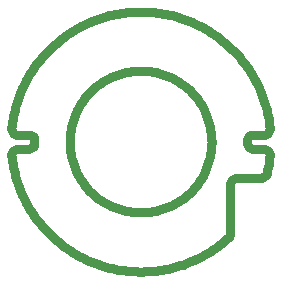
<source format=gm1>
G04*
G04 #@! TF.GenerationSoftware,Altium Limited,Altium Designer,20.0.13 (296)*
G04*
G04 Layer_Color=16711935*
%FSLAX25Y25*%
%MOIN*%
G70*
G01*
G75*
%ADD41C,0.03150*%
D41*
X-43069Y-4537D02*
X-42953Y-5527D01*
X-42814Y-6514D01*
X-42653Y-7497D01*
X-42469Y-8477D01*
X-42263Y-9452D01*
X-42034Y-10422D01*
X-41783Y-11387D01*
X-41510Y-12345D01*
X-41215Y-13297D01*
X-40898Y-14242D01*
X-40560Y-15180D01*
X-40200Y-16109D01*
X-39818Y-17030D01*
X-39416Y-17942D01*
X-38992Y-18844D01*
X-38548Y-19736D01*
X-38084Y-20618D01*
X-37599Y-21489D01*
X-37095Y-22349D01*
X-36571Y-23197D01*
X-36027Y-24032D01*
X-35465Y-24855D01*
X-34883Y-25664D01*
X-34283Y-26460D01*
X-33665Y-27242D01*
X-33030Y-28010D01*
X-32376Y-28763D01*
X-31706Y-29500D01*
X-31018Y-30222D01*
X-30315Y-30928D01*
X-29595Y-31617D01*
X-28860Y-32290D01*
X-28109Y-32945D01*
X-27343Y-33584D01*
X-26563Y-34204D01*
X-25769Y-34806D01*
X-24961Y-35390D01*
X-24140Y-35955D01*
X-23306Y-36501D01*
X-22460Y-37028D01*
X-21602Y-37535D01*
X-20732Y-38022D01*
X-19852Y-38489D01*
X-18961Y-38936D01*
X-18060Y-39362D01*
X-17149Y-39767D01*
X-16230Y-40151D01*
X-15301Y-40514D01*
X-14365Y-40855D01*
X-13421Y-41175D01*
X-12470Y-41473D01*
X-11512Y-41749D01*
X-10548Y-42003D01*
X-9579Y-42234D01*
X-8604Y-42444D01*
X-7625Y-42630D01*
X-6642Y-42795D01*
X-5656Y-42936D01*
X-4666Y-43055D01*
X-3674Y-43151D01*
X-2680Y-43224D01*
X-1685Y-43274D01*
X-688Y-43302D01*
X308Y-43306D01*
X1305Y-43287D01*
X2301Y-43246D01*
X3295Y-43181D01*
X4288Y-43094D01*
X5279Y-42984D01*
X6267Y-42851D01*
X7251Y-42696D01*
X8232Y-42518D01*
X9208Y-42317D01*
X10179Y-42094D01*
X11145Y-41848D01*
X12105Y-41581D01*
X13059Y-41291D01*
X14006Y-40980D01*
X14945Y-40647D01*
X15877Y-40292D01*
X16800Y-39916D01*
X17714Y-39519D01*
X18619Y-39101D01*
X19513Y-38662D01*
X20398Y-38202D01*
X21272Y-37723D01*
X22134Y-37223D01*
X22985Y-36704D01*
X23824Y-36165D01*
X24650Y-35608D01*
X25462Y-35031D01*
X26262Y-34436D01*
X27048Y-33822D01*
X27819Y-33191D01*
X28575Y-32542D01*
X29316Y-31876D01*
X43069Y4537D02*
X42953Y5530D01*
X42814Y6520D01*
X42652Y7506D01*
X42467Y8489D01*
X42260Y9467D01*
X42030Y10440D01*
X41778Y11407D01*
X41503Y12368D01*
X41207Y13323D01*
X40888Y14271D01*
X40548Y15211D01*
X40186Y16142D01*
X39803Y17066D01*
X39398Y17980D01*
X38973Y18884D01*
X38526Y19779D01*
X38060Y20663D01*
X37573Y21536D01*
X37066Y22398D01*
X36539Y23247D01*
X35992Y24084D01*
X35427Y24909D01*
X34843Y25720D01*
X34240Y26517D01*
X33618Y27300D01*
X32979Y28069D01*
X32322Y28823D01*
X31649Y29561D01*
X30958Y30284D01*
X30251Y30990D01*
X29527Y31680D01*
X28788Y32353D01*
X28034Y33009D01*
X27264Y33648D01*
X26480Y34268D01*
X25682Y34870D01*
X24871Y35454D01*
X24046Y36018D01*
X23208Y36564D01*
X22358Y37090D01*
X21496Y37596D01*
X20622Y38082D01*
X19738Y38548D01*
X18843Y38993D01*
X17937Y39418D01*
X17023Y39821D01*
X16099Y40203D01*
X15167Y40564D01*
X14227Y40904D01*
X13279Y41221D01*
X12324Y41517D01*
X11362Y41790D01*
X10394Y42041D01*
X9421Y42270D01*
X8443Y42476D01*
X7460Y42660D01*
X6474Y42821D01*
X5484Y42959D01*
X4491Y43074D01*
X3495Y43166D01*
X2498Y43235D01*
X1499Y43281D01*
X500Y43304D01*
X-500Y43304D01*
X-1499Y43281D01*
X-2498Y43235D01*
X-3495Y43166D01*
X-4491Y43074D01*
X-5484Y42959D01*
X-6474Y42821D01*
X-7461Y42660D01*
X-8443Y42476D01*
X-9421Y42270D01*
X-10395Y42041D01*
X-11362Y41790D01*
X-12324Y41517D01*
X-13279Y41221D01*
X-14227Y40904D01*
X-15167Y40564D01*
X-16099Y40203D01*
X-17023Y39821D01*
X-17938Y39418D01*
X-18843Y38993D01*
X-19738Y38548D01*
X-20622Y38082D01*
X-21496Y37596D01*
X-22358Y37090D01*
X-23208Y36564D01*
X-24046Y36018D01*
X-24871Y35454D01*
X-25682Y34870D01*
X-26480Y34268D01*
X-27264Y33648D01*
X-28034Y33009D01*
X-28788Y32353D01*
X-29527Y31680D01*
X-30251Y30990D01*
X-30958Y30284D01*
X-31649Y29561D01*
X-32323Y28823D01*
X-32979Y28069D01*
X-33618Y27300D01*
X-34240Y26517D01*
X-34843Y25720D01*
X-35427Y24909D01*
X-35992Y24084D01*
X-36539Y23247D01*
X-37066Y22398D01*
X-37573Y21536D01*
X-38060Y20663D01*
X-38526Y19779D01*
X-38973Y18884D01*
X-39398Y17980D01*
X-39803Y17066D01*
X-40186Y16142D01*
X-40548Y15211D01*
X-40888Y14271D01*
X-41207Y13323D01*
X-41503Y12368D01*
X-41778Y11407D01*
X-42030Y10440D01*
X-42260Y9467D01*
X-42467Y8489D01*
X-42652Y7506D01*
X-42814Y6520D01*
X-42953Y5530D01*
X-43069Y4537D01*
X41982Y-10631D02*
X42224Y-9627D01*
X42441Y-8617D01*
X42634Y-7603D01*
X42804Y-6585D01*
X42948Y-5562D01*
X43069Y-4537D01*
X29316Y-31876D02*
X29786Y-31218D01*
X29952Y-30427D01*
X31920Y-12116D02*
X30936Y-12380D01*
X30216Y-13100D01*
X29952Y-14084D01*
X40074Y-12116D02*
X40914Y-11928D01*
X41593Y-11399D01*
X41982Y-10631D01*
X43069Y-4537D02*
X42880Y-3468D01*
X42154Y-2661D01*
X41111Y-2362D01*
X35433Y-394D02*
X35697Y-1378D01*
X36417Y-2098D01*
X37402Y-2362D01*
Y2362D02*
X36417Y2098D01*
X35697Y1378D01*
X35433Y394D01*
X41111Y2362D02*
X42154Y2661D01*
X42880Y3468D01*
X43069Y4537D01*
X-43069D02*
X-42880Y3468D01*
X-42154Y2661D01*
X-41111Y2362D01*
X-35433Y394D02*
X-35697Y1378D01*
X-36417Y2098D01*
X-37402Y2362D01*
Y-2362D02*
X-36417Y-2098D01*
X-35697Y-1378D01*
X-35433Y-394D01*
X-41111Y-2362D02*
X-42154Y-2661D01*
X-42880Y-3468D01*
X-43069Y-4537D01*
X23622Y0D02*
X23601Y1003D01*
X23537Y2003D01*
X23431Y3000D01*
X23282Y3992D01*
X23092Y4977D01*
X22860Y5952D01*
X22587Y6917D01*
X22273Y7869D01*
X21919Y8808D01*
X21525Y9730D01*
X21093Y10635D01*
X20622Y11520D01*
X20115Y12385D01*
X19571Y13228D01*
X18992Y14047D01*
X18379Y14840D01*
X17732Y15607D01*
X17054Y16345D01*
X16345Y17054D01*
X15607Y17732D01*
X14840Y18379D01*
X14046Y18992D01*
X13228Y19571D01*
X12385Y20115D01*
X11520Y20622D01*
X10635Y21093D01*
X9730Y21525D01*
X8808Y21919D01*
X7869Y22273D01*
X6917Y22587D01*
X5952Y22860D01*
X4977Y23092D01*
X3992Y23282D01*
X3000Y23431D01*
X2003Y23537D01*
X1003Y23601D01*
X-0Y23622D01*
X-1003Y23601D01*
X-2003Y23537D01*
X-3000Y23431D01*
X-3992Y23282D01*
X-4977Y23092D01*
X-5952Y22860D01*
X-6917Y22587D01*
X-7869Y22273D01*
X-8808Y21919D01*
X-9730Y21525D01*
X-10635Y21093D01*
X-11520Y20622D01*
X-12385Y20115D01*
X-13228Y19571D01*
X-14047Y18992D01*
X-14840Y18379D01*
X-15607Y17732D01*
X-16345Y17054D01*
X-17054Y16345D01*
X-17732Y15607D01*
X-18379Y14840D01*
X-18992Y14046D01*
X-19571Y13228D01*
X-20115Y12385D01*
X-20622Y11520D01*
X-21093Y10635D01*
X-21525Y9730D01*
X-21919Y8808D01*
X-22273Y7869D01*
X-22587Y6917D01*
X-22860Y5952D01*
X-23092Y4977D01*
X-23282Y3992D01*
X-23431Y3000D01*
X-23537Y2003D01*
X-23601Y1003D01*
X-23622Y-0D01*
X-23601Y-1003D01*
X-23537Y-2003D01*
X-23431Y-3001D01*
X-23282Y-3992D01*
X-23092Y-4977D01*
X-22860Y-5952D01*
X-22587Y-6917D01*
X-22273Y-7869D01*
X-21919Y-8808D01*
X-21525Y-9730D01*
X-21093Y-10635D01*
X-20622Y-11520D01*
X-20115Y-12385D01*
X-19571Y-13228D01*
X-18992Y-14047D01*
X-18379Y-14840D01*
X-17732Y-15607D01*
X-17054Y-16345D01*
X-16345Y-17054D01*
X-15607Y-17732D01*
X-14840Y-18379D01*
X-14046Y-18992D01*
X-13228Y-19571D01*
X-12385Y-20115D01*
X-11520Y-20622D01*
X-10635Y-21093D01*
X-9730Y-21525D01*
X-8808Y-21919D01*
X-7869Y-22273D01*
X-6917Y-22587D01*
X-5952Y-22860D01*
X-4977Y-23092D01*
X-3992Y-23282D01*
X-3000Y-23431D01*
X-2003Y-23537D01*
X-1003Y-23601D01*
X0Y-23622D01*
X1003Y-23601D01*
X2003Y-23537D01*
X3001Y-23431D01*
X3992Y-23282D01*
X4977Y-23092D01*
X5952Y-22860D01*
X6917Y-22587D01*
X7869Y-22273D01*
X8808Y-21919D01*
X9730Y-21525D01*
X10635Y-21093D01*
X11520Y-20622D01*
X12385Y-20115D01*
X13228Y-19571D01*
X14047Y-18992D01*
X14840Y-18379D01*
X15607Y-17732D01*
X16345Y-17054D01*
X17054Y-16345D01*
X17732Y-15606D01*
X18379Y-14840D01*
X18992Y-14046D01*
X19571Y-13228D01*
X20115Y-12385D01*
X20622Y-11520D01*
X21093Y-10635D01*
X21525Y-9730D01*
X21919Y-8808D01*
X22273Y-7869D01*
X22587Y-6917D01*
X22860Y-5952D01*
X23092Y-4977D01*
X23282Y-3992D01*
X23431Y-3000D01*
X23537Y-2003D01*
X23601Y-1003D01*
X23622Y0D01*
X29952Y-30427D02*
Y-14084D01*
X31920Y-12116D02*
X40074D01*
X37402Y-2362D02*
X41111D01*
X35433Y-394D02*
Y394D01*
X37402Y2362D02*
X41111D01*
X-41111D02*
X-37402D01*
X-35433Y-394D02*
Y394D01*
X-41111Y-2362D02*
X-37402D01*
M02*

</source>
